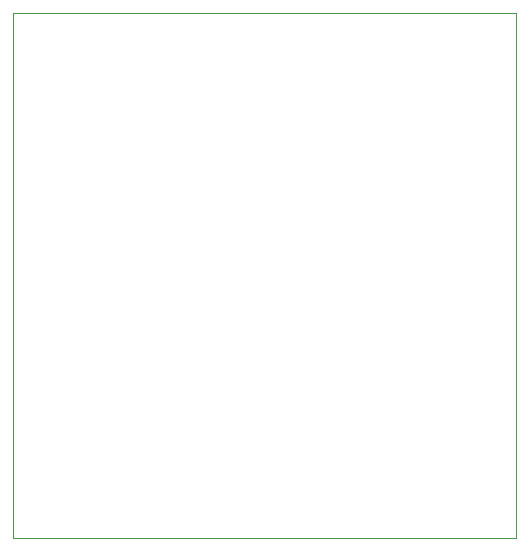
<source format=gbr>
%TF.GenerationSoftware,KiCad,Pcbnew,7.0.10+1*%
%TF.CreationDate,2024-01-26T16:12:45+01:00*%
%TF.ProjectId,QL_Minerva_MK2,514c5f4d-696e-4657-9276-615f4d4b322e,0.0*%
%TF.SameCoordinates,Original*%
%TF.FileFunction,Profile,NP*%
%FSLAX46Y46*%
G04 Gerber Fmt 4.6, Leading zero omitted, Abs format (unit mm)*
G04 Created by KiCad (PCBNEW 7.0.10+1) date 2024-01-26 16:12:45*
%MOMM*%
%LPD*%
G01*
G04 APERTURE LIST*
%TA.AperFunction,Profile*%
%ADD10C,0.100000*%
%TD*%
G04 APERTURE END LIST*
D10*
X56515000Y-56515000D02*
X99060000Y-56515000D01*
X99060000Y-100965000D01*
X56515000Y-100965000D01*
X56515000Y-56515000D01*
M02*

</source>
